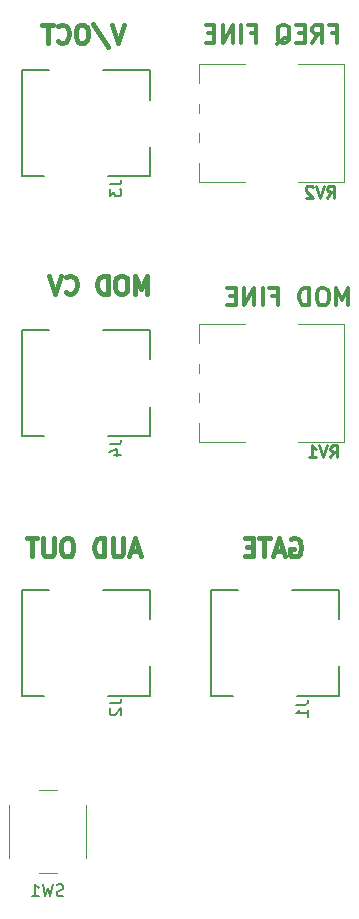
<source format=gbo>
%TF.GenerationSoftware,KiCad,Pcbnew,(6.0.1)*%
%TF.CreationDate,2022-09-30T20:28:54-04:00*%
%TF.ProjectId,SYNTH-VCO_CTL-03,53594e54-482d-4564-934f-5f43544c2d30,1*%
%TF.SameCoordinates,Original*%
%TF.FileFunction,Legend,Bot*%
%TF.FilePolarity,Positive*%
%FSLAX46Y46*%
G04 Gerber Fmt 4.6, Leading zero omitted, Abs format (unit mm)*
G04 Created by KiCad (PCBNEW (6.0.1)) date 2022-09-30 20:28:54*
%MOMM*%
%LPD*%
G01*
G04 APERTURE LIST*
%ADD10C,0.381000*%
%ADD11C,0.375000*%
%ADD12C,0.254000*%
%ADD13C,0.150000*%
%ADD14C,0.120000*%
%ADD15C,0.200000*%
G04 APERTURE END LIST*
D10*
X144758000Y-101338000D02*
X144903142Y-101265428D01*
X145120857Y-101265428D01*
X145338571Y-101338000D01*
X145483714Y-101483142D01*
X145556285Y-101628285D01*
X145628857Y-101918571D01*
X145628857Y-102136285D01*
X145556285Y-102426571D01*
X145483714Y-102571714D01*
X145338571Y-102716857D01*
X145120857Y-102789428D01*
X144975714Y-102789428D01*
X144758000Y-102716857D01*
X144685428Y-102644285D01*
X144685428Y-102136285D01*
X144975714Y-102136285D01*
X144104857Y-102354000D02*
X143379142Y-102354000D01*
X144250000Y-102789428D02*
X143742000Y-101265428D01*
X143234000Y-102789428D01*
X142943714Y-101265428D02*
X142072857Y-101265428D01*
X142508285Y-102789428D02*
X142508285Y-101265428D01*
X141564857Y-101991142D02*
X141056857Y-101991142D01*
X140839142Y-102789428D02*
X141564857Y-102789428D01*
X141564857Y-101265428D01*
X140839142Y-101265428D01*
X131914857Y-102354000D02*
X131189142Y-102354000D01*
X132060000Y-102789428D02*
X131552000Y-101265428D01*
X131044000Y-102789428D01*
X130536000Y-101265428D02*
X130536000Y-102499142D01*
X130463428Y-102644285D01*
X130390857Y-102716857D01*
X130245714Y-102789428D01*
X129955428Y-102789428D01*
X129810285Y-102716857D01*
X129737714Y-102644285D01*
X129665142Y-102499142D01*
X129665142Y-101265428D01*
X128939428Y-102789428D02*
X128939428Y-101265428D01*
X128576571Y-101265428D01*
X128358857Y-101338000D01*
X128213714Y-101483142D01*
X128141142Y-101628285D01*
X128068571Y-101918571D01*
X128068571Y-102136285D01*
X128141142Y-102426571D01*
X128213714Y-102571714D01*
X128358857Y-102716857D01*
X128576571Y-102789428D01*
X128939428Y-102789428D01*
X125964000Y-101265428D02*
X125673714Y-101265428D01*
X125528571Y-101338000D01*
X125383428Y-101483142D01*
X125310857Y-101773428D01*
X125310857Y-102281428D01*
X125383428Y-102571714D01*
X125528571Y-102716857D01*
X125673714Y-102789428D01*
X125964000Y-102789428D01*
X126109142Y-102716857D01*
X126254285Y-102571714D01*
X126326857Y-102281428D01*
X126326857Y-101773428D01*
X126254285Y-101483142D01*
X126109142Y-101338000D01*
X125964000Y-101265428D01*
X124657714Y-101265428D02*
X124657714Y-102499142D01*
X124585142Y-102644285D01*
X124512571Y-102716857D01*
X124367428Y-102789428D01*
X124077142Y-102789428D01*
X123932000Y-102716857D01*
X123859428Y-102644285D01*
X123786857Y-102499142D01*
X123786857Y-101265428D01*
X123278857Y-101265428D02*
X122408000Y-101265428D01*
X122843428Y-102789428D02*
X122843428Y-101265428D01*
D11*
X148189714Y-58492857D02*
X148689714Y-58492857D01*
X148689714Y-59278571D02*
X148689714Y-57778571D01*
X147975428Y-57778571D01*
X146546857Y-59278571D02*
X147046857Y-58564285D01*
X147404000Y-59278571D02*
X147404000Y-57778571D01*
X146832571Y-57778571D01*
X146689714Y-57850000D01*
X146618285Y-57921428D01*
X146546857Y-58064285D01*
X146546857Y-58278571D01*
X146618285Y-58421428D01*
X146689714Y-58492857D01*
X146832571Y-58564285D01*
X147404000Y-58564285D01*
X145904000Y-58492857D02*
X145404000Y-58492857D01*
X145189714Y-59278571D02*
X145904000Y-59278571D01*
X145904000Y-57778571D01*
X145189714Y-57778571D01*
X143546857Y-59421428D02*
X143689714Y-59350000D01*
X143832571Y-59207142D01*
X144046857Y-58992857D01*
X144189714Y-58921428D01*
X144332571Y-58921428D01*
X144261142Y-59278571D02*
X144404000Y-59207142D01*
X144546857Y-59064285D01*
X144618285Y-58778571D01*
X144618285Y-58278571D01*
X144546857Y-57992857D01*
X144404000Y-57850000D01*
X144261142Y-57778571D01*
X143975428Y-57778571D01*
X143832571Y-57850000D01*
X143689714Y-57992857D01*
X143618285Y-58278571D01*
X143618285Y-58778571D01*
X143689714Y-59064285D01*
X143832571Y-59207142D01*
X143975428Y-59278571D01*
X144261142Y-59278571D01*
X141332571Y-58492857D02*
X141832571Y-58492857D01*
X141832571Y-59278571D02*
X141832571Y-57778571D01*
X141118285Y-57778571D01*
X140546857Y-59278571D02*
X140546857Y-57778571D01*
X139832571Y-59278571D02*
X139832571Y-57778571D01*
X138975428Y-59278571D01*
X138975428Y-57778571D01*
X138261142Y-58492857D02*
X137761142Y-58492857D01*
X137546857Y-59278571D02*
X138261142Y-59278571D01*
X138261142Y-57778571D01*
X137546857Y-57778571D01*
X149580428Y-81528571D02*
X149580428Y-80028571D01*
X149080428Y-81100000D01*
X148580428Y-80028571D01*
X148580428Y-81528571D01*
X147580428Y-80028571D02*
X147294714Y-80028571D01*
X147151857Y-80100000D01*
X147009000Y-80242857D01*
X146937571Y-80528571D01*
X146937571Y-81028571D01*
X147009000Y-81314285D01*
X147151857Y-81457142D01*
X147294714Y-81528571D01*
X147580428Y-81528571D01*
X147723285Y-81457142D01*
X147866142Y-81314285D01*
X147937571Y-81028571D01*
X147937571Y-80528571D01*
X147866142Y-80242857D01*
X147723285Y-80100000D01*
X147580428Y-80028571D01*
X146294714Y-81528571D02*
X146294714Y-80028571D01*
X145937571Y-80028571D01*
X145723285Y-80100000D01*
X145580428Y-80242857D01*
X145509000Y-80385714D01*
X145437571Y-80671428D01*
X145437571Y-80885714D01*
X145509000Y-81171428D01*
X145580428Y-81314285D01*
X145723285Y-81457142D01*
X145937571Y-81528571D01*
X146294714Y-81528571D01*
X143151857Y-80742857D02*
X143651857Y-80742857D01*
X143651857Y-81528571D02*
X143651857Y-80028571D01*
X142937571Y-80028571D01*
X142366142Y-81528571D02*
X142366142Y-80028571D01*
X141651857Y-81528571D02*
X141651857Y-80028571D01*
X140794714Y-81528571D01*
X140794714Y-80028571D01*
X140080428Y-80742857D02*
X139580428Y-80742857D01*
X139366142Y-81528571D02*
X140080428Y-81528571D01*
X140080428Y-80028571D01*
X139366142Y-80028571D01*
D10*
X132573000Y-80539428D02*
X132573000Y-79015428D01*
X132065000Y-80104000D01*
X131557000Y-79015428D01*
X131557000Y-80539428D01*
X130541000Y-79015428D02*
X130250714Y-79015428D01*
X130105571Y-79088000D01*
X129960428Y-79233142D01*
X129887857Y-79523428D01*
X129887857Y-80031428D01*
X129960428Y-80321714D01*
X130105571Y-80466857D01*
X130250714Y-80539428D01*
X130541000Y-80539428D01*
X130686142Y-80466857D01*
X130831285Y-80321714D01*
X130903857Y-80031428D01*
X130903857Y-79523428D01*
X130831285Y-79233142D01*
X130686142Y-79088000D01*
X130541000Y-79015428D01*
X129234714Y-80539428D02*
X129234714Y-79015428D01*
X128871857Y-79015428D01*
X128654142Y-79088000D01*
X128509000Y-79233142D01*
X128436428Y-79378285D01*
X128363857Y-79668571D01*
X128363857Y-79886285D01*
X128436428Y-80176571D01*
X128509000Y-80321714D01*
X128654142Y-80466857D01*
X128871857Y-80539428D01*
X129234714Y-80539428D01*
X125678714Y-80394285D02*
X125751285Y-80466857D01*
X125969000Y-80539428D01*
X126114142Y-80539428D01*
X126331857Y-80466857D01*
X126477000Y-80321714D01*
X126549571Y-80176571D01*
X126622142Y-79886285D01*
X126622142Y-79668571D01*
X126549571Y-79378285D01*
X126477000Y-79233142D01*
X126331857Y-79088000D01*
X126114142Y-79015428D01*
X125969000Y-79015428D01*
X125751285Y-79088000D01*
X125678714Y-79160571D01*
X125243285Y-79015428D02*
X124735285Y-80539428D01*
X124227285Y-79015428D01*
X130601142Y-57765428D02*
X130093142Y-59289428D01*
X129585142Y-57765428D01*
X127988571Y-57692857D02*
X129294857Y-59652285D01*
X127190285Y-57765428D02*
X126900000Y-57765428D01*
X126754857Y-57838000D01*
X126609714Y-57983142D01*
X126537142Y-58273428D01*
X126537142Y-58781428D01*
X126609714Y-59071714D01*
X126754857Y-59216857D01*
X126900000Y-59289428D01*
X127190285Y-59289428D01*
X127335428Y-59216857D01*
X127480571Y-59071714D01*
X127553142Y-58781428D01*
X127553142Y-58273428D01*
X127480571Y-57983142D01*
X127335428Y-57838000D01*
X127190285Y-57765428D01*
X125013142Y-59144285D02*
X125085714Y-59216857D01*
X125303428Y-59289428D01*
X125448571Y-59289428D01*
X125666285Y-59216857D01*
X125811428Y-59071714D01*
X125884000Y-58926571D01*
X125956571Y-58636285D01*
X125956571Y-58418571D01*
X125884000Y-58128285D01*
X125811428Y-57983142D01*
X125666285Y-57838000D01*
X125448571Y-57765428D01*
X125303428Y-57765428D01*
X125085714Y-57838000D01*
X125013142Y-57910571D01*
X124577714Y-57765428D02*
X123706857Y-57765428D01*
X124142285Y-59289428D02*
X124142285Y-57765428D01*
D12*
%TO.C,RV2*%
X147838761Y-72401619D02*
X148177428Y-71917809D01*
X148419333Y-72401619D02*
X148419333Y-71385619D01*
X148032285Y-71385619D01*
X147935523Y-71434000D01*
X147887142Y-71482380D01*
X147838761Y-71579142D01*
X147838761Y-71724285D01*
X147887142Y-71821047D01*
X147935523Y-71869428D01*
X148032285Y-71917809D01*
X148419333Y-71917809D01*
X147548476Y-71385619D02*
X147209809Y-72401619D01*
X146871142Y-71385619D01*
X146580857Y-71482380D02*
X146532476Y-71434000D01*
X146435714Y-71385619D01*
X146193809Y-71385619D01*
X146097047Y-71434000D01*
X146048666Y-71482380D01*
X146000285Y-71579142D01*
X146000285Y-71675904D01*
X146048666Y-71821047D01*
X146629238Y-72401619D01*
X146000285Y-72401619D01*
D13*
%TO.C,SW1*%
X125487333Y-131504761D02*
X125344476Y-131552380D01*
X125106380Y-131552380D01*
X125011142Y-131504761D01*
X124963523Y-131457142D01*
X124915904Y-131361904D01*
X124915904Y-131266666D01*
X124963523Y-131171428D01*
X125011142Y-131123809D01*
X125106380Y-131076190D01*
X125296857Y-131028571D01*
X125392095Y-130980952D01*
X125439714Y-130933333D01*
X125487333Y-130838095D01*
X125487333Y-130742857D01*
X125439714Y-130647619D01*
X125392095Y-130600000D01*
X125296857Y-130552380D01*
X125058761Y-130552380D01*
X124915904Y-130600000D01*
X124582571Y-130552380D02*
X124344476Y-131552380D01*
X124154000Y-130838095D01*
X123963523Y-131552380D01*
X123725428Y-130552380D01*
X122820666Y-131552380D02*
X123392095Y-131552380D01*
X123106380Y-131552380D02*
X123106380Y-130552380D01*
X123201619Y-130695238D01*
X123296857Y-130790476D01*
X123392095Y-130838095D01*
%TO.C,J4*%
X129400380Y-93273666D02*
X130114666Y-93273666D01*
X130257523Y-93226047D01*
X130352761Y-93130809D01*
X130400380Y-92987952D01*
X130400380Y-92892714D01*
X129733714Y-94178428D02*
X130400380Y-94178428D01*
X129352761Y-93940333D02*
X130067047Y-93702238D01*
X130067047Y-94321285D01*
D12*
%TO.C,RV1*%
X148092761Y-94401619D02*
X148431428Y-93917809D01*
X148673333Y-94401619D02*
X148673333Y-93385619D01*
X148286285Y-93385619D01*
X148189523Y-93434000D01*
X148141142Y-93482380D01*
X148092761Y-93579142D01*
X148092761Y-93724285D01*
X148141142Y-93821047D01*
X148189523Y-93869428D01*
X148286285Y-93917809D01*
X148673333Y-93917809D01*
X147802476Y-93385619D02*
X147463809Y-94401619D01*
X147125142Y-93385619D01*
X146254285Y-94401619D02*
X146834857Y-94401619D01*
X146544571Y-94401619D02*
X146544571Y-93385619D01*
X146641333Y-93530761D01*
X146738095Y-93627523D01*
X146834857Y-93675904D01*
D13*
%TO.C,J1*%
X145211380Y-115354666D02*
X145925666Y-115354666D01*
X146068523Y-115307047D01*
X146163761Y-115211809D01*
X146211380Y-115068952D01*
X146211380Y-114973714D01*
X146211380Y-116354666D02*
X146211380Y-115783238D01*
X146211380Y-116068952D02*
X145211380Y-116068952D01*
X145354238Y-115973714D01*
X145449476Y-115878476D01*
X145497095Y-115783238D01*
%TO.C,J3*%
X129400380Y-71273666D02*
X130114666Y-71273666D01*
X130257523Y-71226047D01*
X130352761Y-71130809D01*
X130400380Y-70987952D01*
X130400380Y-70892714D01*
X129400380Y-71654619D02*
X129400380Y-72273666D01*
X129781333Y-71940333D01*
X129781333Y-72083190D01*
X129828952Y-72178428D01*
X129876571Y-72226047D01*
X129971809Y-72273666D01*
X130209904Y-72273666D01*
X130305142Y-72226047D01*
X130352761Y-72178428D01*
X130400380Y-72083190D01*
X130400380Y-71797476D01*
X130352761Y-71702238D01*
X130305142Y-71654619D01*
%TO.C,J2*%
X129400380Y-115227666D02*
X130114666Y-115227666D01*
X130257523Y-115180047D01*
X130352761Y-115084809D01*
X130400380Y-114941952D01*
X130400380Y-114846714D01*
X129495619Y-115656238D02*
X129448000Y-115703857D01*
X129400380Y-115799095D01*
X129400380Y-116037190D01*
X129448000Y-116132428D01*
X129495619Y-116180047D01*
X129590857Y-116227666D01*
X129686095Y-116227666D01*
X129828952Y-116180047D01*
X130400380Y-115608619D01*
X130400380Y-116227666D01*
D14*
%TO.C,RV2*%
X145359000Y-61130000D02*
X149224000Y-61130000D01*
X136984000Y-61130000D02*
X140849000Y-61130000D01*
X136984000Y-62730000D02*
X136984000Y-61130000D01*
X136984000Y-67729000D02*
X136984000Y-66970000D01*
X149224000Y-71070000D02*
X149224000Y-61130000D01*
X145359000Y-71070000D02*
X149224000Y-71070000D01*
X136984000Y-65229000D02*
X136984000Y-64470000D01*
X136984000Y-71070000D02*
X136984000Y-69471000D01*
X136984000Y-71070000D02*
X140849000Y-71070000D01*
%TO.C,SW1*%
X127404000Y-123850000D02*
X127404000Y-128350000D01*
X123404000Y-122600000D02*
X124904000Y-122600000D01*
X120904000Y-128350000D02*
X120904000Y-123850000D01*
X124904000Y-129600000D02*
X123404000Y-129600000D01*
D15*
%TO.C,J4*%
X132854000Y-83600000D02*
X128854000Y-83600000D01*
X121954000Y-83600000D02*
X124254000Y-83600000D01*
X132854000Y-92600000D02*
X132854000Y-90100000D01*
X132854000Y-83600000D02*
X132854000Y-86100000D01*
X132854000Y-92600000D02*
X129254000Y-92600000D01*
X121954000Y-92600000D02*
X123854000Y-92600000D01*
X121954000Y-92600000D02*
X121954000Y-83600000D01*
D14*
%TO.C,RV1*%
X136984000Y-84730000D02*
X136984000Y-83130000D01*
X136984000Y-93070000D02*
X140849000Y-93070000D01*
X136984000Y-93070000D02*
X136984000Y-91471000D01*
X136984000Y-89729000D02*
X136984000Y-88970000D01*
X145359000Y-83130000D02*
X149224000Y-83130000D01*
X136984000Y-87229000D02*
X136984000Y-86470000D01*
X136984000Y-83130000D02*
X140849000Y-83130000D01*
X149224000Y-93070000D02*
X149224000Y-83130000D01*
X145359000Y-93070000D02*
X149224000Y-93070000D01*
D15*
%TO.C,J1*%
X137954000Y-114600000D02*
X139854000Y-114600000D01*
X148854000Y-105600000D02*
X144854000Y-105600000D01*
X137954000Y-114600000D02*
X137954000Y-105600000D01*
X148854000Y-114600000D02*
X145254000Y-114600000D01*
X148854000Y-114600000D02*
X148854000Y-112100000D01*
X137954000Y-105600000D02*
X140254000Y-105600000D01*
X148854000Y-105600000D02*
X148854000Y-108100000D01*
%TO.C,J3*%
X121954000Y-70600000D02*
X121954000Y-61600000D01*
X121954000Y-61600000D02*
X124254000Y-61600000D01*
X132854000Y-61600000D02*
X128854000Y-61600000D01*
X132854000Y-70600000D02*
X129254000Y-70600000D01*
X132854000Y-70600000D02*
X132854000Y-68100000D01*
X121954000Y-70600000D02*
X123854000Y-70600000D01*
X132854000Y-61600000D02*
X132854000Y-64100000D01*
%TO.C,J2*%
X132854000Y-105600000D02*
X128854000Y-105600000D01*
X132854000Y-114600000D02*
X129254000Y-114600000D01*
X132854000Y-105600000D02*
X132854000Y-108100000D01*
X121954000Y-114600000D02*
X121954000Y-105600000D01*
X121954000Y-105600000D02*
X124254000Y-105600000D01*
X132854000Y-114600000D02*
X132854000Y-112100000D01*
X121954000Y-114600000D02*
X123854000Y-114600000D01*
%TD*%
M02*

</source>
